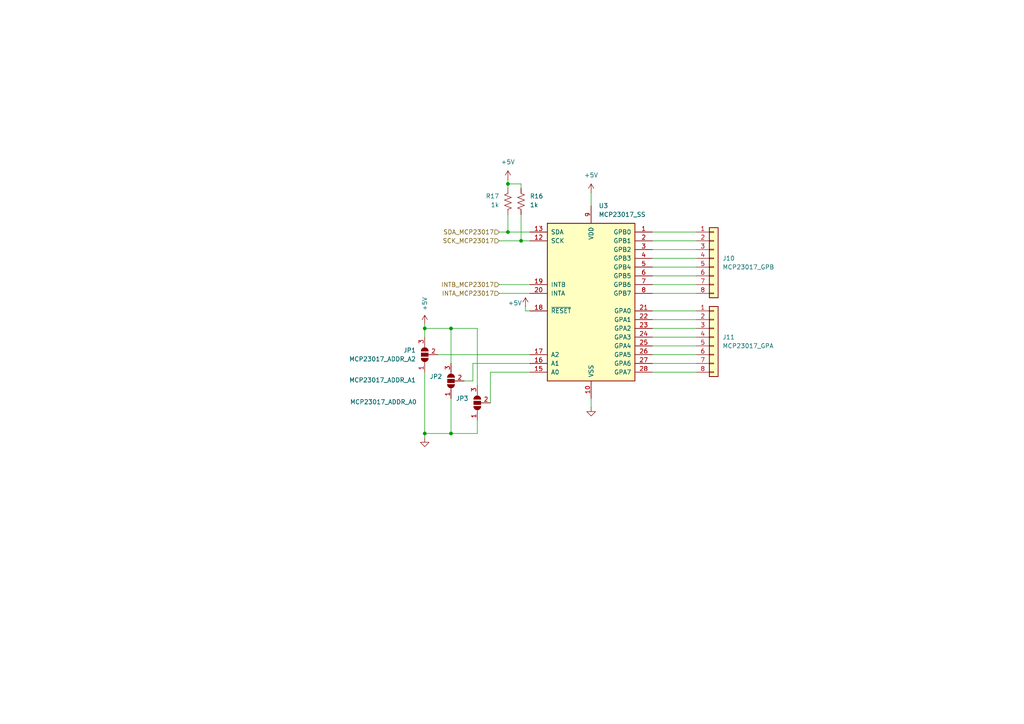
<source format=kicad_sch>
(kicad_sch (version 20231120) (generator "eeschema") (generator_version "8.0")
  (paper "A4")
  (title_block (title "IO Expansion") (date "2024-05-23") (company "AHAH_TERROR"))
  (lib_symbols
    (symbol "Connector_Generic:Conn_01x08" (pin_names (offset 1.016) hide)
      (property "Reference" "J" (at 0 10.16 0))
      (property "Value" "Conn_01x08" (at 0 -12.7 0))
      (symbol "Conn_01x08_1_1"
        (rectangle (start -1.27 -10.033) (end 0 -10.287) (stroke (width 0.1524)))
        (rectangle (start -1.27 -7.493) (end 0 -7.747) (stroke (width 0.1524)))
        (rectangle (start -1.27 -4.953) (end 0 -5.207) (stroke (width 0.1524)))
        (rectangle (start -1.27 -2.413) (end 0 -2.667) (stroke (width 0.1524)))
        (rectangle (start -1.27 0.127) (end 0 -0.127) (stroke (width 0.1524)))
        (rectangle (start -1.27 2.667) (end 0 2.413) (stroke (width 0.1524)))
        (rectangle (start -1.27 5.207) (end 0 4.953) (stroke (width 0.1524)))
        (rectangle (start -1.27 7.747) (end 0 7.493) (stroke (width 0.1524)))
        (rectangle (start -1.27 8.89) (end 1.27 -11.43) (stroke (width 0.254)) (fill (type background)))
        (pin passive line (at -5.08 7.62 0) (length 3.81) (name "Pin_1") (number "1"))
        (pin passive line (at -5.08 5.08 0) (length 3.81) (name "Pin_2") (number "2"))
        (pin passive line (at -5.08 2.54 0) (length 3.81) (name "Pin_3") (number "3"))
        (pin passive line (at -5.08 0 0) (length 3.81) (name "Pin_4") (number "4"))
        (pin passive line (at -5.08 -2.54 0) (length 3.81) (name "Pin_5") (number "5"))
        (pin passive line (at -5.08 -5.08 0) (length 3.81) (name "Pin_6") (number "6"))
        (pin passive line (at -5.08 -7.62 0) (length 3.81) (name "Pin_7") (number "7"))
        (pin passive line (at -5.08 -10.16 0) (length 3.81) (name "Pin_8") (number "8"))
      )
    )
    (symbol "Device:R_US" (pin_numbers hide) (pin_names (offset 0))
      (property "Reference" "R" (at 2.54 0 90))
      (property "Value" "R_US" (at -2.54 0 90))
      (symbol "R_US_0_1"
        (polyline (pts (xy 0 -2.286) (xy 0 -2.54)))
        (polyline (pts (xy 0 2.286) (xy 0 2.54)))
        (polyline (pts (xy 0 -0.762) (xy 1.016 -1.143) (xy 0 -1.524) (xy -1.016 -1.905) (xy 0 -2.286)))
        (polyline (pts (xy 0 0.762) (xy 1.016 0.381) (xy 0 0) (xy -1.016 -0.381) (xy 0 -0.762)))
        (polyline (pts (xy 0 2.286) (xy 1.016 1.905) (xy 0 1.524) (xy -1.016 1.143) (xy 0 0.762)))
      )
      (symbol "R_US_1_1"
        (pin passive line (at 0 3.81 270) (length 1.27) (name "~") (number "1"))
        (pin passive line (at 0 -3.81 90) (length 1.27) (name "~") (number "2"))
      )
    )
    (symbol "Interface_Expansion:MCP23017_SS" (pin_names (offset 1.016))
      (property "Reference" "U" (at -11.43 24.13 0))
      (property "Value" "MCP23017_SS" (at 0 0 0))
      (symbol "MCP23017_SS_0_1"
        (rectangle (start -12.7 22.86) (end 12.7 -22.86) (stroke (width 0.254)) (fill (type background)))
      )
      (symbol "MCP23017_SS_1_1"
        (pin bidirectional line (at 17.78 20.32 180) (length 5.08) (name "GPB0") (number "1"))
        (pin power_in line (at 0 -27.94 90) (length 5.08) (name "VSS") (number "10"))
        (pin no_connect line (at -12.7 15.24 0) (length 5.08) hide (name "NC") (number "11"))
        (pin input line (at -17.78 17.78 0) (length 5.08) (name "SCK") (number "12"))
        (pin bidirectional line (at -17.78 20.32 0) (length 5.08) (name "SDA") (number "13"))
        (pin no_connect line (at -12.7 12.7 0) (length 5.08) hide (name "NC") (number "14"))
        (pin input line (at -17.78 -20.32 0) (length 5.08) (name "A0") (number "15"))
        (pin input line (at -17.78 -17.78 0) (length 5.08) (name "A1") (number "16"))
        (pin input line (at -17.78 -15.24 0) (length 5.08) (name "A2") (number "17"))
        (pin input line (at -17.78 -2.54 0) (length 5.08) (name "~{RESET}") (number "18"))
        (pin tri_state line (at -17.78 5.08 0) (length 5.08) (name "INTB") (number "19"))
        (pin bidirectional line (at 17.78 17.78 180) (length 5.08) (name "GPB1") (number "2"))
        (pin tri_state line (at -17.78 2.54 0) (length 5.08) (name "INTA") (number "20"))
        (pin bidirectional line (at 17.78 -2.54 180) (length 5.08) (name "GPA0") (number "21"))
        (pin bidirectional line (at 17.78 -5.08 180) (length 5.08) (name "GPA1") (number "22"))
        (pin bidirectional line (at 17.78 -7.62 180) (length 5.08) (name "GPA2") (number "23"))
        (pin bidirectional line (at 17.78 -10.16 180) (length 5.08) (name "GPA3") (number "24"))
        (pin bidirectional line (at 17.78 -12.7 180) (length 5.08) (name "GPA4") (number "25"))
        (pin bidirectional line (at 17.78 -15.24 180) (length 5.08) (name "GPA5") (number "26"))
        (pin bidirectional line (at 17.78 -17.78 180) (length 5.08) (name "GPA6") (number "27"))
        (pin bidirectional line (at 17.78 -20.32 180) (length 5.08) (name "GPA7") (number "28"))
        (pin bidirectional line (at 17.78 15.24 180) (length 5.08) (name "GPB2") (number "3"))
        (pin bidirectional line (at 17.78 12.7 180) (length 5.08) (name "GPB3") (number "4"))
        (pin bidirectional line (at 17.78 10.16 180) (length 5.08) (name "GPB4") (number "5"))
        (pin bidirectional line (at 17.78 7.62 180) (length 5.08) (name "GPB5") (number "6"))
        (pin bidirectional line (at 17.78 5.08 180) (length 5.08) (name "GPB6") (number "7"))
        (pin bidirectional line (at 17.78 2.54 180) (length 5.08) (name "GPB7") (number "8"))
        (pin power_in line (at 0 27.94 270) (length 5.08) (name "VDD") (number "9"))
      )
    )
    (symbol "Jumper:SolderJumper_3_Open" (pin_names (offset 0) hide) (exclude_from_sim yes) (in_bom no)
      (property "Reference" "JP" (at -2.54 -2.54 0))
      (property "Value" "SolderJumper_3_Open" (at 0 2.794 0))
      (symbol "SolderJumper_3_Open_0_1"
        (arc (start -1.016 1.016) (mid -2.0276 0) (end -1.016 -1.016))
        (arc (start -1.016 1.016) (mid -2.0276 0) (end -1.016 -1.016) (fill (type outline)))
        (rectangle (start -0.508 1.016) (end 0.508 -1.016) (fill (type outline)))
        (polyline (pts (xy -2.54 0) (xy -2.032 0)))
        (polyline (pts (xy -1.016 1.016) (xy -1.016 -1.016)))
        (polyline (pts (xy 0 -1.27) (xy 0 -1.016)))
        (polyline (pts (xy 1.016 1.016) (xy 1.016 -1.016)))
        (polyline (pts (xy 2.54 0) (xy 2.032 0)))
        (arc (start 1.016 -1.016) (mid 2.0276 0) (end 1.016 1.016))
        (arc (start 1.016 -1.016) (mid 2.0276 0) (end 1.016 1.016) (fill (type outline)))
      )
      (symbol "SolderJumper_3_Open_1_1"
        (pin passive line (at -5.08 0 0) (length 2.54) (name "A") (number "1"))
        (pin passive line (at 0 -3.81 90) (length 2.54) (name "C") (number "2"))
        (pin passive line (at 5.08 0 180) (length 2.54) (name "B") (number "3"))
      )
    )
    (symbol "power:+5V" (power) (pin_numbers hide) (pin_names (offset 0) hide)
      (property "Value" "+5V" (at 0 3.556 0))
      (symbol "+5V_0_1"
        (polyline (pts (xy -0.762 1.27) (xy 0 2.54)))
        (polyline (pts (xy 0 0) (xy 0 2.54)))
        (polyline (pts (xy 0 2.54) (xy 0.762 1.27)))
      )
      (symbol "+5V_1_1"
        (pin power_in line (at 0 0 90) (length 0) (name "~") (number "1"))
      )
    )
    (symbol "power:GND" (power) (pin_numbers hide) (pin_names (offset 0) hide)
      (property "Value" "GND" (at 0 -3.81 0))
      (symbol "GND_0_1"
        (polyline (pts (xy 0 0) (xy 0 -1.27) (xy 1.27 -1.27) (xy 0 -2.54) (xy -1.27 -1.27) (xy 0 -1.27)))
      )
      (symbol "GND_1_1"
        (pin power_in line (at 0 0 270) (length 0) (name "~") (number "1"))
      )
    )
  )
  (junction (at 123.19 125.73))
  (junction (at 147.32 67.31))
  (junction (at 151.13 69.85))
  (junction (at 130.81 95.25))
  (junction (at 130.81 125.73))
  (junction (at 147.32 53.34))
  (junction (at 123.19 95.25))
  (wire (pts (xy 137.16 105.41) (xy 137.16 110.49)))
  (wire (pts (xy 171.45 115.57) (xy 171.45 118.11)))
  (wire (pts (xy 147.32 52.07) (xy 147.32 53.34)))
  (wire (pts (xy 201.93 90.17) (xy 189.23 90.17)))
  (wire (pts (xy 201.93 92.71) (xy 189.23 92.71)))
  (wire (pts (xy 130.81 95.25) (xy 123.19 95.25)))
  (wire (pts (xy 144.78 67.31) (xy 147.32 67.31)))
  (wire (pts (xy 201.93 107.95) (xy 189.23 107.95)))
  (wire (pts (xy 130.81 115.57) (xy 130.81 125.73)))
  (wire (pts (xy 130.81 125.73) (xy 138.43 125.73)))
  (wire (pts (xy 123.19 125.73) (xy 123.19 127)))
  (wire (pts (xy 151.13 54.61) (xy 151.13 53.34)))
  (wire (pts (xy 144.78 85.09) (xy 153.67 85.09)))
  (wire (pts (xy 147.32 67.31) (xy 153.67 67.31)))
  (wire (pts (xy 130.81 105.41) (xy 130.81 95.25)))
  (wire (pts (xy 201.93 102.87) (xy 189.23 102.87)))
  (wire (pts (xy 201.93 77.47) (xy 189.23 77.47)))
  (wire (pts (xy 138.43 111.76) (xy 138.43 95.25)))
  (wire (pts (xy 138.43 95.25) (xy 130.81 95.25)))
  (wire (pts (xy 201.93 74.93) (xy 189.23 74.93)))
  (wire (pts (xy 152.4 90.17) (xy 152.4 88.9)))
  (wire (pts (xy 201.93 69.85) (xy 189.23 69.85)))
  (wire (pts (xy 123.19 107.95) (xy 123.19 125.73)))
  (wire (pts (xy 123.19 125.73) (xy 130.81 125.73)))
  (wire (pts (xy 144.78 82.55) (xy 153.67 82.55)))
  (wire (pts (xy 144.78 69.85) (xy 151.13 69.85)))
  (wire (pts (xy 152.4 90.17) (xy 153.67 90.17)))
  (wire (pts (xy 147.32 53.34) (xy 147.32 54.61)))
  (wire (pts (xy 147.32 62.23) (xy 147.32 67.31)))
  (wire (pts (xy 142.24 116.84) (xy 142.24 107.95)))
  (wire (pts (xy 137.16 110.49) (xy 134.62 110.49)))
  (wire (pts (xy 123.19 93.98) (xy 123.19 95.25)))
  (wire (pts (xy 201.93 80.01) (xy 189.23 80.01)))
  (wire (pts (xy 123.19 95.25) (xy 123.19 97.79)))
  (wire (pts (xy 201.93 97.79) (xy 189.23 97.79)))
  (wire (pts (xy 201.93 100.33) (xy 189.23 100.33)))
  (wire (pts (xy 201.93 72.39) (xy 189.23 72.39)))
  (wire (pts (xy 201.93 82.55) (xy 189.23 82.55)))
  (wire (pts (xy 127 102.87) (xy 153.67 102.87)))
  (wire (pts (xy 201.93 85.09) (xy 189.23 85.09)))
  (wire (pts (xy 201.93 95.25) (xy 189.23 95.25)))
  (wire (pts (xy 138.43 121.92) (xy 138.43 125.73)))
  (wire (pts (xy 142.24 107.95) (xy 153.67 107.95)))
  (wire (pts (xy 151.13 53.34) (xy 147.32 53.34)))
  (wire (pts (xy 153.67 105.41) (xy 137.16 105.41)))
  (wire (pts (xy 201.93 105.41) (xy 189.23 105.41)))
  (wire (pts (xy 151.13 69.85) (xy 153.67 69.85)))
  (wire (pts (xy 171.45 55.88) (xy 171.45 59.69)))
  (wire (pts (xy 201.93 67.31) (xy 189.23 67.31)))
  (wire (pts (xy 151.13 62.23) (xy 151.13 69.85)))
  (hierarchical_label "INTA_MCP23017" (shape input) (at 144.78 85.09 180))
  (hierarchical_label "INTB_MCP23017" (shape input) (at 144.78 82.55 180))
  (hierarchical_label "SCK_MCP23017" (shape input) (at 144.78 69.85 180))
  (hierarchical_label "SDA_MCP23017" (shape input) (at 144.78 67.31 180))
  (symbol (lib_id "Device:R_US") (at 147.32 58.42 0) (mirror y) (unit 1) (exclude_from_sim yes)
    (property "Reference" "R17" (at 144.78 56.896 0) (effects (justify left)))
    (property "Value" "1k" (at 144.78 59.436 0) (effects (justify left)))
    (property "Footprint" "Resistor_SMD:R_0805_2012Metric_Pad1.20x1.40mm_HandSolder" (effects (hide yes)))
    (property "Description" "Resistor, US symbol" (effects (hide yes)))
  )
  (symbol (lib_id "power:GND") (at 171.45 118.11 0) (unit 1) (exclude_from_sim yes)
    (property "Reference" "#PWR015" (effects (hide yes)))
    (property "Value" "GND" (effects (hide yes)))
    (property "Description" "Power symbol creates a global label with name \"GND\" , ground" (effects (hide yes)))
  )
  (symbol (lib_id "Connector_Generic:Conn_01x08") (at 207.01 74.93 0) (unit 1)
    (property "Reference" "J10" (at 209.55 74.9299 0) (effects (justify left)))
    (property "Value" "MCP23017_GPB" (at 209.55 77.4699 0) (effects (justify left)))
    (property "Footprint" "Connector_Molex:Molex_KK-254_AE-6410-08A_1x08_P2.54mm_Vertical" (effects (hide yes)))
    (property "Description" "Generic connector, single row, 01x08, script generated (kicad-library-utils/schlib/autogen/connector/)" (effects (hide yes)))
  )
  (symbol (lib_id "power:+5V") (at 123.19 93.98 0) (unit 1) (exclude_from_sim yes)
    (property "Reference" "#PWR020" (effects (hide yes)))
    (property "Value" "+5V" (at 123.19 88.138 90))
    (property "Description" "Power symbol creates a global label with name \"+5V\"" (effects (hide yes)))
  )
  (symbol (lib_id "power:+5V") (at 147.32 52.07 0) (unit 1) (exclude_from_sim yes)
    (property "Reference" "#PWR018" (effects (hide yes)))
    (property "Value" "+5V" (at 147.32 46.99 0))
    (property "Description" "Power symbol creates a global label with name \"+5V\"" (effects (hide yes)))
  )
  (symbol (lib_id "power:+5V") (at 152.4 88.9 0) (unit 1) (exclude_from_sim yes)
    (property "Reference" "#PWR017" (effects (hide yes)))
    (property "Value" "+5V" (at 149.352 87.884 0))
    (property "Description" "Power symbol creates a global label with name \"+5V\"" (effects (hide yes)))
  )
  (symbol (lib_id "Connector_Generic:Conn_01x08") (at 207.01 97.79 0) (unit 1)
    (property "Reference" "J11" (at 209.55 97.7899 0) (effects (justify left)))
    (property "Value" "MCP23017_GPA" (at 209.55 100.3299 0) (effects (justify left)))
    (property "Footprint" "Connector_Molex:Molex_KK-254_AE-6410-08A_1x08_P2.54mm_Vertical" (effects (hide yes)))
    (property "Description" "Generic connector, single row, 01x08, script generated (kicad-library-utils/schlib/autogen/connector/)" (effects (hide yes)))
  )
  (symbol (lib_id "Jumper:SolderJumper_3_Open") (at 130.81 110.49 90) (unit 1) (exclude_from_sim yes) (in_bom no)
    (property "Reference" "JP2" (at 128.27 109.2199 90) (effects (justify left)))
    (property "Value" "MCP23017_ADDR_A1" (at 120.65 110.236 90) (effects (justify left)))
    (property "Footprint" "Jumper:SolderJumper-3_P1.3mm_Open_Pad1.0x1.5mm_NumberLabels" (effects (hide yes)))
    (property "Description" "Solder Jumper, 3-pole, open" (effects (hide yes)))
  )
  (symbol (lib_id "power:GND") (at 123.19 127 0) (unit 1) (exclude_from_sim yes)
    (property "Reference" "#PWR019" (effects (hide yes)))
    (property "Value" "GND" (effects (hide yes)))
    (property "Description" "Power symbol creates a global label with name \"GND\" , ground" (effects (hide yes)))
  )
  (symbol (lib_id "Jumper:SolderJumper_3_Open") (at 138.43 116.84 90) (unit 1) (exclude_from_sim yes) (in_bom no)
    (property "Reference" "JP3" (at 135.89 115.5699 90) (effects (justify left)))
    (property "Value" "MCP23017_ADDR_A0" (at 120.904 116.586 90) (effects (justify left)))
    (property "Footprint" "Jumper:SolderJumper-3_P1.3mm_Open_Pad1.0x1.5mm_NumberLabels" (effects (hide yes)))
    (property "Description" "Solder Jumper, 3-pole, open" (effects (hide yes)))
  )
  (symbol (lib_id "power:+5V") (at 171.45 55.88 0) (unit 1) (exclude_from_sim yes)
    (property "Reference" "#PWR016" (effects (hide yes)))
    (property "Value" "+5V" (at 171.45 50.8 0))
    (property "Description" "Power symbol creates a global label with name \"+5V\"" (effects (hide yes)))
  )
  (symbol (lib_id "Device:R_US") (at 151.13 58.42 0) (unit 1) (exclude_from_sim yes)
    (property "Reference" "R16" (at 153.67 56.896 0) (effects (justify left)))
    (property "Value" "1k" (at 153.67 59.436 0) (effects (justify left)))
    (property "Footprint" "Resistor_SMD:R_0805_2012Metric_Pad1.20x1.40mm_HandSolder" (effects (hide yes)))
    (property "Description" "Resistor, US symbol" (effects (hide yes)))
  )
  (symbol (lib_id "Interface_Expansion:MCP23017_SS") (at 171.45 87.63 0) (unit 1) (exclude_from_sim yes)
    (property "Reference" "U3" (at 173.6441 59.69 0) (effects (justify left)))
    (property "Value" "MCP23017_SS" (at 173.6441 62.23 0) (effects (justify left)))
    (property "Footprint" "Package_SO:SSOP-28_5.3x10.2mm_P0.65mm" (effects (hide yes)))
    (property "Datasheet" "http://ww1.microchip.com/downloads/en/DeviceDoc/20001952C.pdf" (effects (hide yes)))
    (property "Description" "16-bit I/O expander, I2C, interrupts, w pull-ups, SSOP-28" (effects (hide yes)))
  )
  (symbol (lib_id "Jumper:SolderJumper_3_Open") (at 123.19 102.87 90) (unit 1) (exclude_from_sim yes) (in_bom no)
    (property "Reference" "JP1" (at 120.65 101.5999 90) (effects (justify left)))
    (property "Value" "MCP23017_ADDR_A2" (at 120.65 104.1399 90) (effects (justify left)))
    (property "Footprint" "Jumper:SolderJumper-3_P1.3mm_Open_Pad1.0x1.5mm_NumberLabels" (effects (hide yes)))
    (property "Description" "Solder Jumper, 3-pole, open" (effects (hide yes)))
  )
)
</source>
